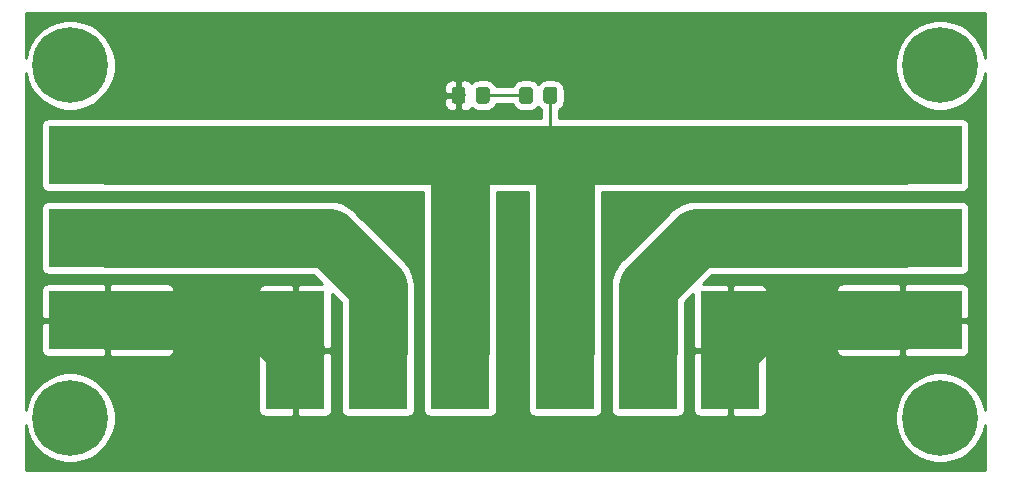
<source format=gbr>
G04 #@! TF.GenerationSoftware,KiCad,Pcbnew,(5.1.0-0)*
G04 #@! TF.CreationDate,2019-10-20T20:04:01+02:00*
G04 #@! TF.ProjectId,fllor2,666c6c6f-7232-42e6-9b69-6361645f7063,rev?*
G04 #@! TF.SameCoordinates,Original*
G04 #@! TF.FileFunction,Copper,L1,Top*
G04 #@! TF.FilePolarity,Positive*
%FSLAX46Y46*%
G04 Gerber Fmt 4.6, Leading zero omitted, Abs format (unit mm)*
G04 Created by KiCad (PCBNEW (5.1.0-0)) date 2019-10-20 20:04:01*
%MOMM*%
%LPD*%
G04 APERTURE LIST*
%ADD10C,0.100000*%
%ADD11C,1.150000*%
%ADD12C,6.400000*%
%ADD13R,10.000000X5.000000*%
%ADD14R,5.000000X10.000000*%
%ADD15C,5.000000*%
%ADD16C,0.250000*%
%ADD17C,0.254000*%
G04 APERTURE END LIST*
D10*
G36*
X176734505Y3873796D02*
G01*
X176758773Y3870196D01*
X176782572Y3864235D01*
X176805671Y3855970D01*
X176827850Y3845480D01*
X176848893Y3832868D01*
X176868599Y3818253D01*
X176886777Y3801777D01*
X176903253Y3783599D01*
X176917868Y3763893D01*
X176930480Y3742850D01*
X176940970Y3720671D01*
X176949235Y3697572D01*
X176955196Y3673773D01*
X176958796Y3649505D01*
X176960000Y3625001D01*
X176960000Y2724999D01*
X176958796Y2700495D01*
X176955196Y2676227D01*
X176949235Y2652428D01*
X176940970Y2629329D01*
X176930480Y2607150D01*
X176917868Y2586107D01*
X176903253Y2566401D01*
X176886777Y2548223D01*
X176868599Y2531747D01*
X176848893Y2517132D01*
X176827850Y2504520D01*
X176805671Y2494030D01*
X176782572Y2485765D01*
X176758773Y2479804D01*
X176734505Y2476204D01*
X176710001Y2475000D01*
X176059999Y2475000D01*
X176035495Y2476204D01*
X176011227Y2479804D01*
X175987428Y2485765D01*
X175964329Y2494030D01*
X175942150Y2504520D01*
X175921107Y2517132D01*
X175901401Y2531747D01*
X175883223Y2548223D01*
X175866747Y2566401D01*
X175852132Y2586107D01*
X175839520Y2607150D01*
X175829030Y2629329D01*
X175820765Y2652428D01*
X175814804Y2676227D01*
X175811204Y2700495D01*
X175810000Y2724999D01*
X175810000Y3625001D01*
X175811204Y3649505D01*
X175814804Y3673773D01*
X175820765Y3697572D01*
X175829030Y3720671D01*
X175839520Y3742850D01*
X175852132Y3763893D01*
X175866747Y3783599D01*
X175883223Y3801777D01*
X175901401Y3818253D01*
X175921107Y3832868D01*
X175942150Y3845480D01*
X175964329Y3855970D01*
X175987428Y3864235D01*
X176011227Y3870196D01*
X176035495Y3873796D01*
X176059999Y3875000D01*
X176710001Y3875000D01*
X176734505Y3873796D01*
X176734505Y3873796D01*
G37*
D11*
X176385000Y3175000D03*
D10*
G36*
X178784505Y3873796D02*
G01*
X178808773Y3870196D01*
X178832572Y3864235D01*
X178855671Y3855970D01*
X178877850Y3845480D01*
X178898893Y3832868D01*
X178918599Y3818253D01*
X178936777Y3801777D01*
X178953253Y3783599D01*
X178967868Y3763893D01*
X178980480Y3742850D01*
X178990970Y3720671D01*
X178999235Y3697572D01*
X179005196Y3673773D01*
X179008796Y3649505D01*
X179010000Y3625001D01*
X179010000Y2724999D01*
X179008796Y2700495D01*
X179005196Y2676227D01*
X178999235Y2652428D01*
X178990970Y2629329D01*
X178980480Y2607150D01*
X178967868Y2586107D01*
X178953253Y2566401D01*
X178936777Y2548223D01*
X178918599Y2531747D01*
X178898893Y2517132D01*
X178877850Y2504520D01*
X178855671Y2494030D01*
X178832572Y2485765D01*
X178808773Y2479804D01*
X178784505Y2476204D01*
X178760001Y2475000D01*
X178109999Y2475000D01*
X178085495Y2476204D01*
X178061227Y2479804D01*
X178037428Y2485765D01*
X178014329Y2494030D01*
X177992150Y2504520D01*
X177971107Y2517132D01*
X177951401Y2531747D01*
X177933223Y2548223D01*
X177916747Y2566401D01*
X177902132Y2586107D01*
X177889520Y2607150D01*
X177879030Y2629329D01*
X177870765Y2652428D01*
X177864804Y2676227D01*
X177861204Y2700495D01*
X177860000Y2724999D01*
X177860000Y3625001D01*
X177861204Y3649505D01*
X177864804Y3673773D01*
X177870765Y3697572D01*
X177879030Y3720671D01*
X177889520Y3742850D01*
X177902132Y3763893D01*
X177916747Y3783599D01*
X177933223Y3801777D01*
X177951401Y3818253D01*
X177971107Y3832868D01*
X177992150Y3845480D01*
X178014329Y3855970D01*
X178037428Y3864235D01*
X178061227Y3870196D01*
X178085495Y3873796D01*
X178109999Y3875000D01*
X178760001Y3875000D01*
X178784505Y3873796D01*
X178784505Y3873796D01*
G37*
D11*
X178435000Y3175000D03*
D10*
G36*
X173069505Y3873796D02*
G01*
X173093773Y3870196D01*
X173117572Y3864235D01*
X173140671Y3855970D01*
X173162850Y3845480D01*
X173183893Y3832868D01*
X173203599Y3818253D01*
X173221777Y3801777D01*
X173238253Y3783599D01*
X173252868Y3763893D01*
X173265480Y3742850D01*
X173275970Y3720671D01*
X173284235Y3697572D01*
X173290196Y3673773D01*
X173293796Y3649505D01*
X173295000Y3625001D01*
X173295000Y2724999D01*
X173293796Y2700495D01*
X173290196Y2676227D01*
X173284235Y2652428D01*
X173275970Y2629329D01*
X173265480Y2607150D01*
X173252868Y2586107D01*
X173238253Y2566401D01*
X173221777Y2548223D01*
X173203599Y2531747D01*
X173183893Y2517132D01*
X173162850Y2504520D01*
X173140671Y2494030D01*
X173117572Y2485765D01*
X173093773Y2479804D01*
X173069505Y2476204D01*
X173045001Y2475000D01*
X172394999Y2475000D01*
X172370495Y2476204D01*
X172346227Y2479804D01*
X172322428Y2485765D01*
X172299329Y2494030D01*
X172277150Y2504520D01*
X172256107Y2517132D01*
X172236401Y2531747D01*
X172218223Y2548223D01*
X172201747Y2566401D01*
X172187132Y2586107D01*
X172174520Y2607150D01*
X172164030Y2629329D01*
X172155765Y2652428D01*
X172149804Y2676227D01*
X172146204Y2700495D01*
X172145000Y2724999D01*
X172145000Y3625001D01*
X172146204Y3649505D01*
X172149804Y3673773D01*
X172155765Y3697572D01*
X172164030Y3720671D01*
X172174520Y3742850D01*
X172187132Y3763893D01*
X172201747Y3783599D01*
X172218223Y3801777D01*
X172236401Y3818253D01*
X172256107Y3832868D01*
X172277150Y3845480D01*
X172299329Y3855970D01*
X172322428Y3864235D01*
X172346227Y3870196D01*
X172370495Y3873796D01*
X172394999Y3875000D01*
X173045001Y3875000D01*
X173069505Y3873796D01*
X173069505Y3873796D01*
G37*
D11*
X172720000Y3175000D03*
D10*
G36*
X171019505Y3873796D02*
G01*
X171043773Y3870196D01*
X171067572Y3864235D01*
X171090671Y3855970D01*
X171112850Y3845480D01*
X171133893Y3832868D01*
X171153599Y3818253D01*
X171171777Y3801777D01*
X171188253Y3783599D01*
X171202868Y3763893D01*
X171215480Y3742850D01*
X171225970Y3720671D01*
X171234235Y3697572D01*
X171240196Y3673773D01*
X171243796Y3649505D01*
X171245000Y3625001D01*
X171245000Y2724999D01*
X171243796Y2700495D01*
X171240196Y2676227D01*
X171234235Y2652428D01*
X171225970Y2629329D01*
X171215480Y2607150D01*
X171202868Y2586107D01*
X171188253Y2566401D01*
X171171777Y2548223D01*
X171153599Y2531747D01*
X171133893Y2517132D01*
X171112850Y2504520D01*
X171090671Y2494030D01*
X171067572Y2485765D01*
X171043773Y2479804D01*
X171019505Y2476204D01*
X170995001Y2475000D01*
X170344999Y2475000D01*
X170320495Y2476204D01*
X170296227Y2479804D01*
X170272428Y2485765D01*
X170249329Y2494030D01*
X170227150Y2504520D01*
X170206107Y2517132D01*
X170186401Y2531747D01*
X170168223Y2548223D01*
X170151747Y2566401D01*
X170137132Y2586107D01*
X170124520Y2607150D01*
X170114030Y2629329D01*
X170105765Y2652428D01*
X170099804Y2676227D01*
X170096204Y2700495D01*
X170095000Y2724999D01*
X170095000Y3625001D01*
X170096204Y3649505D01*
X170099804Y3673773D01*
X170105765Y3697572D01*
X170114030Y3720671D01*
X170124520Y3742850D01*
X170137132Y3763893D01*
X170151747Y3783599D01*
X170168223Y3801777D01*
X170186401Y3818253D01*
X170206107Y3832868D01*
X170227150Y3845480D01*
X170249329Y3855970D01*
X170272428Y3864235D01*
X170296227Y3870196D01*
X170320495Y3873796D01*
X170344999Y3875000D01*
X170995001Y3875000D01*
X171019505Y3873796D01*
X171019505Y3873796D01*
G37*
D11*
X170670000Y3175000D03*
D12*
X137795000Y5715000D03*
X137795000Y-24130000D03*
X211455000Y5715000D03*
X211455000Y-24130000D03*
D13*
X140970000Y-1905000D03*
X208280000Y-1905000D03*
X140970000Y-8890000D03*
X208280000Y-8890000D03*
X140970000Y-15875000D03*
X208280000Y-15875000D03*
D14*
X156845000Y-18415000D03*
X163830000Y-18415000D03*
X170815000Y-18415000D03*
X193675000Y-18415000D03*
X186690000Y-18415000D03*
X179705000Y-18415000D03*
D15*
X179705000Y-1905000D02*
X179705000Y-18415000D01*
X179705000Y-1905000D02*
X208280000Y-1905000D01*
X170815000Y-8415000D02*
X170815000Y-1905000D01*
X170815000Y-1905000D02*
X179705000Y-1905000D01*
X170815000Y-18415000D02*
X170815000Y-8415000D01*
X140970000Y-1905000D02*
X170815000Y-1905000D01*
D16*
X178435000Y-635000D02*
X179705000Y-1905000D01*
X178435000Y3175000D02*
X178435000Y-635000D01*
D15*
X163830000Y-13039998D02*
X163830000Y-18415000D01*
X159680002Y-8890000D02*
X163830000Y-13039998D01*
X140970000Y-8890000D02*
X159680002Y-8890000D01*
X186690000Y-13039998D02*
X186690000Y-18415000D01*
X190839998Y-8890000D02*
X186690000Y-13039998D01*
X208280000Y-8890000D02*
X190839998Y-8890000D01*
X196215000Y-15875000D02*
X193675000Y-18415000D01*
X208280000Y-15875000D02*
X196215000Y-15875000D01*
X154305000Y-15875000D02*
X156845000Y-18415000D01*
X140970000Y-15875000D02*
X154305000Y-15875000D01*
D16*
X176385000Y3175000D02*
X172720000Y3175000D01*
D17*
G36*
X215240000Y6344082D02*
G01*
X215142623Y6833628D01*
X214853533Y7531554D01*
X214433839Y8159670D01*
X213899670Y8693839D01*
X213271554Y9113533D01*
X212573628Y9402623D01*
X211832715Y9550000D01*
X211077285Y9550000D01*
X210336372Y9402623D01*
X209638446Y9113533D01*
X209010330Y8693839D01*
X208476161Y8159670D01*
X208056467Y7531554D01*
X207767377Y6833628D01*
X207620000Y6092715D01*
X207620000Y5337285D01*
X207767377Y4596372D01*
X208056467Y3898446D01*
X208476161Y3270330D01*
X209010330Y2736161D01*
X209638446Y2316467D01*
X210336372Y2027377D01*
X211077285Y1880000D01*
X211832715Y1880000D01*
X212573628Y2027377D01*
X213271554Y2316467D01*
X213899670Y2736161D01*
X214433839Y3270330D01*
X214853533Y3898446D01*
X215142623Y4596372D01*
X215240000Y5085918D01*
X215240001Y-23500923D01*
X215142623Y-23011372D01*
X214853533Y-22313446D01*
X214433839Y-21685330D01*
X213899670Y-21151161D01*
X213271554Y-20731467D01*
X212573628Y-20442377D01*
X211832715Y-20295000D01*
X211077285Y-20295000D01*
X210336372Y-20442377D01*
X209638446Y-20731467D01*
X209010330Y-21151161D01*
X208476161Y-21685330D01*
X208056467Y-22313446D01*
X207767377Y-23011372D01*
X207620000Y-23752285D01*
X207620000Y-24507715D01*
X207767377Y-25248628D01*
X208056467Y-25946554D01*
X208476161Y-26574670D01*
X209010330Y-27108839D01*
X209638446Y-27528533D01*
X210336372Y-27817623D01*
X211077285Y-27965000D01*
X211832715Y-27965000D01*
X212573628Y-27817623D01*
X213271554Y-27528533D01*
X213899670Y-27108839D01*
X214433839Y-26574670D01*
X214853533Y-25946554D01*
X215142623Y-25248628D01*
X215240001Y-24759077D01*
X215240001Y-28550000D01*
X134010000Y-28550000D01*
X134010000Y-24759082D01*
X134107377Y-25248628D01*
X134396467Y-25946554D01*
X134816161Y-26574670D01*
X135350330Y-27108839D01*
X135978446Y-27528533D01*
X136676372Y-27817623D01*
X137417285Y-27965000D01*
X138172715Y-27965000D01*
X138913628Y-27817623D01*
X139611554Y-27528533D01*
X140239670Y-27108839D01*
X140773839Y-26574670D01*
X141193533Y-25946554D01*
X141482623Y-25248628D01*
X141630000Y-24507715D01*
X141630000Y-23752285D01*
X141562910Y-23415000D01*
X153706928Y-23415000D01*
X153719188Y-23539482D01*
X153755498Y-23659180D01*
X153814463Y-23769494D01*
X153893815Y-23866185D01*
X153990506Y-23945537D01*
X154100820Y-24004502D01*
X154220518Y-24040812D01*
X154345000Y-24053072D01*
X156559250Y-24050000D01*
X156718000Y-23891250D01*
X156718000Y-18542000D01*
X156972000Y-18542000D01*
X156972000Y-23891250D01*
X157130750Y-24050000D01*
X159345000Y-24053072D01*
X159469482Y-24040812D01*
X159589180Y-24004502D01*
X159699494Y-23945537D01*
X159796185Y-23866185D01*
X159875537Y-23769494D01*
X159934502Y-23659180D01*
X159970812Y-23539482D01*
X159983072Y-23415000D01*
X159980000Y-18700750D01*
X159821250Y-18542000D01*
X156972000Y-18542000D01*
X156718000Y-18542000D01*
X153868750Y-18542000D01*
X153710000Y-18700750D01*
X153706928Y-23415000D01*
X141562910Y-23415000D01*
X141482623Y-23011372D01*
X141193533Y-22313446D01*
X140773839Y-21685330D01*
X140239670Y-21151161D01*
X139611554Y-20731467D01*
X138913628Y-20442377D01*
X138172715Y-20295000D01*
X137417285Y-20295000D01*
X136676372Y-20442377D01*
X135978446Y-20731467D01*
X135350330Y-21151161D01*
X134816161Y-21685330D01*
X134396467Y-22313446D01*
X134107377Y-23011372D01*
X134010000Y-23500918D01*
X134010000Y-18375000D01*
X135331928Y-18375000D01*
X135344188Y-18499482D01*
X135380498Y-18619180D01*
X135439463Y-18729494D01*
X135518815Y-18826185D01*
X135615506Y-18905537D01*
X135725820Y-18964502D01*
X135845518Y-19000812D01*
X135970000Y-19013072D01*
X140684250Y-19010000D01*
X140843000Y-18851250D01*
X140843000Y-16002000D01*
X141097000Y-16002000D01*
X141097000Y-18851250D01*
X141255750Y-19010000D01*
X145970000Y-19013072D01*
X146094482Y-19000812D01*
X146214180Y-18964502D01*
X146324494Y-18905537D01*
X146421185Y-18826185D01*
X146500537Y-18729494D01*
X146559502Y-18619180D01*
X146595812Y-18499482D01*
X146608072Y-18375000D01*
X146605000Y-16160750D01*
X146446250Y-16002000D01*
X141097000Y-16002000D01*
X140843000Y-16002000D01*
X135493750Y-16002000D01*
X135335000Y-16160750D01*
X135331928Y-18375000D01*
X134010000Y-18375000D01*
X134010000Y-13375000D01*
X135331928Y-13375000D01*
X135335000Y-15589250D01*
X135493750Y-15748000D01*
X140843000Y-15748000D01*
X140843000Y-12898750D01*
X141097000Y-12898750D01*
X141097000Y-15748000D01*
X146446250Y-15748000D01*
X146605000Y-15589250D01*
X146608016Y-13415000D01*
X153706928Y-13415000D01*
X153710000Y-18129250D01*
X153868750Y-18288000D01*
X156718000Y-18288000D01*
X156718000Y-12938750D01*
X156559250Y-12780000D01*
X154345000Y-12776928D01*
X154220518Y-12789188D01*
X154100820Y-12825498D01*
X153990506Y-12884463D01*
X153893815Y-12963815D01*
X153814463Y-13060506D01*
X153755498Y-13170820D01*
X153719188Y-13290518D01*
X153706928Y-13415000D01*
X146608016Y-13415000D01*
X146608072Y-13375000D01*
X146595812Y-13250518D01*
X146559502Y-13130820D01*
X146500537Y-13020506D01*
X146421185Y-12923815D01*
X146324494Y-12844463D01*
X146214180Y-12785498D01*
X146094482Y-12749188D01*
X145970000Y-12736928D01*
X141255750Y-12740000D01*
X141097000Y-12898750D01*
X140843000Y-12898750D01*
X140684250Y-12740000D01*
X135970000Y-12736928D01*
X135845518Y-12749188D01*
X135725820Y-12785498D01*
X135615506Y-12844463D01*
X135518815Y-12923815D01*
X135439463Y-13020506D01*
X135380498Y-13130820D01*
X135344188Y-13250518D01*
X135331928Y-13375000D01*
X134010000Y-13375000D01*
X134010000Y-6390000D01*
X135331928Y-6390000D01*
X135331928Y-11390000D01*
X135344188Y-11514482D01*
X135380498Y-11634180D01*
X135439463Y-11744494D01*
X135518815Y-11841185D01*
X135615506Y-11920537D01*
X135725820Y-11979502D01*
X135845518Y-12015812D01*
X135970000Y-12028072D01*
X145970000Y-12028072D01*
X146001192Y-12025000D01*
X158381444Y-12025000D01*
X159133664Y-12777221D01*
X157130750Y-12780000D01*
X156972000Y-12938750D01*
X156972000Y-18288000D01*
X159821250Y-18288000D01*
X159980000Y-18129250D01*
X159982934Y-13626491D01*
X160691928Y-14335486D01*
X160691928Y-23415000D01*
X160704188Y-23539482D01*
X160740498Y-23659180D01*
X160799463Y-23769494D01*
X160878815Y-23866185D01*
X160975506Y-23945537D01*
X161085820Y-24004502D01*
X161205518Y-24040812D01*
X161330000Y-24053072D01*
X166330000Y-24053072D01*
X166454482Y-24040812D01*
X166574180Y-24004502D01*
X166684494Y-23945537D01*
X166781185Y-23866185D01*
X166860537Y-23769494D01*
X166919502Y-23659180D01*
X166955812Y-23539482D01*
X166968072Y-23415000D01*
X166968072Y-13415000D01*
X166965000Y-13383808D01*
X166965000Y-13193992D01*
X166980167Y-13039997D01*
X166965000Y-12886002D01*
X166965000Y-12885996D01*
X166919638Y-12425431D01*
X166740376Y-11834481D01*
X166449269Y-11289858D01*
X166209651Y-10997883D01*
X166155675Y-10932113D01*
X166155674Y-10932112D01*
X166057505Y-10812493D01*
X165937887Y-10714325D01*
X162005684Y-6782124D01*
X161907507Y-6662495D01*
X161430142Y-6270731D01*
X160885519Y-5979624D01*
X160294569Y-5800362D01*
X159834004Y-5755000D01*
X159833997Y-5755000D01*
X159680002Y-5739833D01*
X159526007Y-5755000D01*
X146001192Y-5755000D01*
X145970000Y-5751928D01*
X135970000Y-5751928D01*
X135845518Y-5764188D01*
X135725820Y-5800498D01*
X135615506Y-5859463D01*
X135518815Y-5938815D01*
X135439463Y-6035506D01*
X135380498Y-6145820D01*
X135344188Y-6265518D01*
X135331928Y-6390000D01*
X134010000Y-6390000D01*
X134010000Y595000D01*
X135331928Y595000D01*
X135331928Y-4405000D01*
X135344188Y-4529482D01*
X135380498Y-4649180D01*
X135439463Y-4759494D01*
X135518815Y-4856185D01*
X135615506Y-4935537D01*
X135725820Y-4994502D01*
X135845518Y-5030812D01*
X135970000Y-5043072D01*
X145970000Y-5043072D01*
X146001192Y-5040000D01*
X167680001Y-5040000D01*
X167680000Y-8569001D01*
X167680001Y-8569011D01*
X167680001Y-13383803D01*
X167676928Y-13415000D01*
X167676928Y-23415000D01*
X167689188Y-23539482D01*
X167725498Y-23659180D01*
X167784463Y-23769494D01*
X167863815Y-23866185D01*
X167960506Y-23945537D01*
X168070820Y-24004502D01*
X168190518Y-24040812D01*
X168315000Y-24053072D01*
X173315000Y-24053072D01*
X173439482Y-24040812D01*
X173559180Y-24004502D01*
X173669494Y-23945537D01*
X173766185Y-23866185D01*
X173845537Y-23769494D01*
X173904502Y-23659180D01*
X173940812Y-23539482D01*
X173953072Y-23415000D01*
X173953072Y-13415000D01*
X173950000Y-13383808D01*
X173950000Y-5040000D01*
X176570000Y-5040000D01*
X176570001Y-13383801D01*
X176566928Y-13415000D01*
X176566928Y-23415000D01*
X176579188Y-23539482D01*
X176615498Y-23659180D01*
X176674463Y-23769494D01*
X176753815Y-23866185D01*
X176850506Y-23945537D01*
X176960820Y-24004502D01*
X177080518Y-24040812D01*
X177205000Y-24053072D01*
X182205000Y-24053072D01*
X182329482Y-24040812D01*
X182449180Y-24004502D01*
X182559494Y-23945537D01*
X182656185Y-23866185D01*
X182735537Y-23769494D01*
X182794502Y-23659180D01*
X182830812Y-23539482D01*
X182843072Y-23415000D01*
X182843072Y-13415000D01*
X182840000Y-13383808D01*
X182840000Y-13039998D01*
X183539833Y-13039998D01*
X183555000Y-13193993D01*
X183555000Y-13383808D01*
X183551928Y-13415000D01*
X183551928Y-23415000D01*
X183564188Y-23539482D01*
X183600498Y-23659180D01*
X183659463Y-23769494D01*
X183738815Y-23866185D01*
X183835506Y-23945537D01*
X183945820Y-24004502D01*
X184065518Y-24040812D01*
X184190000Y-24053072D01*
X189190000Y-24053072D01*
X189314482Y-24040812D01*
X189434180Y-24004502D01*
X189544494Y-23945537D01*
X189641185Y-23866185D01*
X189720537Y-23769494D01*
X189779502Y-23659180D01*
X189815812Y-23539482D01*
X189828072Y-23415000D01*
X190536928Y-23415000D01*
X190549188Y-23539482D01*
X190585498Y-23659180D01*
X190644463Y-23769494D01*
X190723815Y-23866185D01*
X190820506Y-23945537D01*
X190930820Y-24004502D01*
X191050518Y-24040812D01*
X191175000Y-24053072D01*
X193389250Y-24050000D01*
X193548000Y-23891250D01*
X193548000Y-18542000D01*
X193802000Y-18542000D01*
X193802000Y-23891250D01*
X193960750Y-24050000D01*
X196175000Y-24053072D01*
X196299482Y-24040812D01*
X196419180Y-24004502D01*
X196529494Y-23945537D01*
X196626185Y-23866185D01*
X196705537Y-23769494D01*
X196764502Y-23659180D01*
X196800812Y-23539482D01*
X196813072Y-23415000D01*
X196810000Y-18700750D01*
X196651250Y-18542000D01*
X193802000Y-18542000D01*
X193548000Y-18542000D01*
X190698750Y-18542000D01*
X190540000Y-18700750D01*
X190536928Y-23415000D01*
X189828072Y-23415000D01*
X189828072Y-18375000D01*
X202641928Y-18375000D01*
X202654188Y-18499482D01*
X202690498Y-18619180D01*
X202749463Y-18729494D01*
X202828815Y-18826185D01*
X202925506Y-18905537D01*
X203035820Y-18964502D01*
X203155518Y-19000812D01*
X203280000Y-19013072D01*
X207994250Y-19010000D01*
X208153000Y-18851250D01*
X208153000Y-16002000D01*
X208407000Y-16002000D01*
X208407000Y-18851250D01*
X208565750Y-19010000D01*
X213280000Y-19013072D01*
X213404482Y-19000812D01*
X213524180Y-18964502D01*
X213634494Y-18905537D01*
X213731185Y-18826185D01*
X213810537Y-18729494D01*
X213869502Y-18619180D01*
X213905812Y-18499482D01*
X213918072Y-18375000D01*
X213915000Y-16160750D01*
X213756250Y-16002000D01*
X208407000Y-16002000D01*
X208153000Y-16002000D01*
X202803750Y-16002000D01*
X202645000Y-16160750D01*
X202641928Y-18375000D01*
X189828072Y-18375000D01*
X189828072Y-14335484D01*
X190537066Y-13626491D01*
X190540000Y-18129250D01*
X190698750Y-18288000D01*
X193548000Y-18288000D01*
X193548000Y-12938750D01*
X193802000Y-12938750D01*
X193802000Y-18288000D01*
X196651250Y-18288000D01*
X196810000Y-18129250D01*
X196813072Y-13415000D01*
X196809133Y-13375000D01*
X202641928Y-13375000D01*
X202645000Y-15589250D01*
X202803750Y-15748000D01*
X208153000Y-15748000D01*
X208153000Y-12898750D01*
X208407000Y-12898750D01*
X208407000Y-15748000D01*
X213756250Y-15748000D01*
X213915000Y-15589250D01*
X213918072Y-13375000D01*
X213905812Y-13250518D01*
X213869502Y-13130820D01*
X213810537Y-13020506D01*
X213731185Y-12923815D01*
X213634494Y-12844463D01*
X213524180Y-12785498D01*
X213404482Y-12749188D01*
X213280000Y-12736928D01*
X208565750Y-12740000D01*
X208407000Y-12898750D01*
X208153000Y-12898750D01*
X207994250Y-12740000D01*
X203280000Y-12736928D01*
X203155518Y-12749188D01*
X203035820Y-12785498D01*
X202925506Y-12844463D01*
X202828815Y-12923815D01*
X202749463Y-13020506D01*
X202690498Y-13130820D01*
X202654188Y-13250518D01*
X202641928Y-13375000D01*
X196809133Y-13375000D01*
X196800812Y-13290518D01*
X196764502Y-13170820D01*
X196705537Y-13060506D01*
X196626185Y-12963815D01*
X196529494Y-12884463D01*
X196419180Y-12825498D01*
X196299482Y-12789188D01*
X196175000Y-12776928D01*
X193960750Y-12780000D01*
X193802000Y-12938750D01*
X193548000Y-12938750D01*
X193389250Y-12780000D01*
X191386336Y-12777221D01*
X192138558Y-12025000D01*
X203248808Y-12025000D01*
X203280000Y-12028072D01*
X213280000Y-12028072D01*
X213404482Y-12015812D01*
X213524180Y-11979502D01*
X213634494Y-11920537D01*
X213731185Y-11841185D01*
X213810537Y-11744494D01*
X213869502Y-11634180D01*
X213905812Y-11514482D01*
X213918072Y-11390000D01*
X213918072Y-6390000D01*
X213905812Y-6265518D01*
X213869502Y-6145820D01*
X213810537Y-6035506D01*
X213731185Y-5938815D01*
X213634494Y-5859463D01*
X213524180Y-5800498D01*
X213404482Y-5764188D01*
X213280000Y-5751928D01*
X203280000Y-5751928D01*
X203248808Y-5755000D01*
X190993992Y-5755000D01*
X190839997Y-5739833D01*
X190686002Y-5755000D01*
X190685996Y-5755000D01*
X190287468Y-5794252D01*
X190225430Y-5800362D01*
X190046168Y-5854741D01*
X189634481Y-5979624D01*
X189089858Y-6270731D01*
X188612493Y-6662495D01*
X188514324Y-6782114D01*
X184582124Y-10714316D01*
X184462495Y-10812493D01*
X184070731Y-11289859D01*
X183779624Y-11834482D01*
X183654741Y-12246169D01*
X183600363Y-12425430D01*
X183600362Y-12425432D01*
X183555000Y-12885997D01*
X183555000Y-12886003D01*
X183539833Y-13039998D01*
X182840000Y-13039998D01*
X182840000Y-5040000D01*
X203248808Y-5040000D01*
X203280000Y-5043072D01*
X213280000Y-5043072D01*
X213404482Y-5030812D01*
X213524180Y-4994502D01*
X213634494Y-4935537D01*
X213731185Y-4856185D01*
X213810537Y-4759494D01*
X213869502Y-4649180D01*
X213905812Y-4529482D01*
X213918072Y-4405000D01*
X213918072Y595000D01*
X213905812Y719482D01*
X213869502Y839180D01*
X213810537Y949494D01*
X213731185Y1046185D01*
X213634494Y1125537D01*
X213524180Y1184502D01*
X213404482Y1220812D01*
X213280000Y1233072D01*
X203280000Y1233072D01*
X203248808Y1230000D01*
X179859002Y1230000D01*
X179705000Y1245168D01*
X179550998Y1230000D01*
X179195000Y1230000D01*
X179195000Y1955386D01*
X179253387Y1986595D01*
X179387962Y2097038D01*
X179498405Y2231613D01*
X179580472Y2385149D01*
X179631008Y2551745D01*
X179648072Y2724999D01*
X179648072Y3625001D01*
X179631008Y3798255D01*
X179580472Y3964851D01*
X179498405Y4118387D01*
X179387962Y4252962D01*
X179253387Y4363405D01*
X179099851Y4445472D01*
X178933255Y4496008D01*
X178760001Y4513072D01*
X178109999Y4513072D01*
X177936745Y4496008D01*
X177770149Y4445472D01*
X177616613Y4363405D01*
X177482038Y4252962D01*
X177410000Y4165184D01*
X177337962Y4252962D01*
X177203387Y4363405D01*
X177049851Y4445472D01*
X176883255Y4496008D01*
X176710001Y4513072D01*
X176059999Y4513072D01*
X175886745Y4496008D01*
X175720149Y4445472D01*
X175566613Y4363405D01*
X175432038Y4252962D01*
X175321595Y4118387D01*
X175239528Y3964851D01*
X175230473Y3935000D01*
X173874527Y3935000D01*
X173865472Y3964851D01*
X173783405Y4118387D01*
X173672962Y4252962D01*
X173538387Y4363405D01*
X173384851Y4445472D01*
X173218255Y4496008D01*
X173045001Y4513072D01*
X172394999Y4513072D01*
X172221745Y4496008D01*
X172055149Y4445472D01*
X171901613Y4363405D01*
X171767038Y4252962D01*
X171761658Y4246406D01*
X171696185Y4326185D01*
X171599494Y4405537D01*
X171489180Y4464502D01*
X171369482Y4500812D01*
X171245000Y4513072D01*
X170955750Y4510000D01*
X170797000Y4351250D01*
X170797000Y3302000D01*
X170817000Y3302000D01*
X170817000Y3048000D01*
X170797000Y3048000D01*
X170797000Y1998750D01*
X170955750Y1840000D01*
X171245000Y1836928D01*
X171369482Y1849188D01*
X171489180Y1885498D01*
X171599494Y1944463D01*
X171696185Y2023815D01*
X171761658Y2103594D01*
X171767038Y2097038D01*
X171901613Y1986595D01*
X172055149Y1904528D01*
X172221745Y1853992D01*
X172394999Y1836928D01*
X173045001Y1836928D01*
X173218255Y1853992D01*
X173384851Y1904528D01*
X173538387Y1986595D01*
X173672962Y2097038D01*
X173783405Y2231613D01*
X173865472Y2385149D01*
X173874527Y2415000D01*
X175230473Y2415000D01*
X175239528Y2385149D01*
X175321595Y2231613D01*
X175432038Y2097038D01*
X175566613Y1986595D01*
X175720149Y1904528D01*
X175886745Y1853992D01*
X176059999Y1836928D01*
X176710001Y1836928D01*
X176883255Y1853992D01*
X177049851Y1904528D01*
X177203387Y1986595D01*
X177337962Y2097038D01*
X177410000Y2184816D01*
X177482038Y2097038D01*
X177616613Y1986595D01*
X177675000Y1955386D01*
X177675001Y1230000D01*
X170969002Y1230000D01*
X170815000Y1245168D01*
X170660998Y1230000D01*
X146001192Y1230000D01*
X145970000Y1233072D01*
X135970000Y1233072D01*
X135845518Y1220812D01*
X135725820Y1184502D01*
X135615506Y1125537D01*
X135518815Y1046185D01*
X135439463Y949494D01*
X135380498Y839180D01*
X135344188Y719482D01*
X135331928Y595000D01*
X134010000Y595000D01*
X134010000Y5085918D01*
X134107377Y4596372D01*
X134396467Y3898446D01*
X134816161Y3270330D01*
X135350330Y2736161D01*
X135978446Y2316467D01*
X136676372Y2027377D01*
X137417285Y1880000D01*
X138172715Y1880000D01*
X138913628Y2027377D01*
X139611554Y2316467D01*
X139848815Y2475000D01*
X169456928Y2475000D01*
X169469188Y2350518D01*
X169505498Y2230820D01*
X169564463Y2120506D01*
X169643815Y2023815D01*
X169740506Y1944463D01*
X169850820Y1885498D01*
X169970518Y1849188D01*
X170095000Y1836928D01*
X170384250Y1840000D01*
X170543000Y1998750D01*
X170543000Y3048000D01*
X169618750Y3048000D01*
X169460000Y2889250D01*
X169456928Y2475000D01*
X139848815Y2475000D01*
X140239670Y2736161D01*
X140773839Y3270330D01*
X141177866Y3875000D01*
X169456928Y3875000D01*
X169460000Y3460750D01*
X169618750Y3302000D01*
X170543000Y3302000D01*
X170543000Y4351250D01*
X170384250Y4510000D01*
X170095000Y4513072D01*
X169970518Y4500812D01*
X169850820Y4464502D01*
X169740506Y4405537D01*
X169643815Y4326185D01*
X169564463Y4229494D01*
X169505498Y4119180D01*
X169469188Y3999482D01*
X169456928Y3875000D01*
X141177866Y3875000D01*
X141193533Y3898446D01*
X141482623Y4596372D01*
X141630000Y5337285D01*
X141630000Y6092715D01*
X141482623Y6833628D01*
X141193533Y7531554D01*
X140773839Y8159670D01*
X140239670Y8693839D01*
X139611554Y9113533D01*
X138913628Y9402623D01*
X138172715Y9550000D01*
X137417285Y9550000D01*
X136676372Y9402623D01*
X135978446Y9113533D01*
X135350330Y8693839D01*
X134816161Y8159670D01*
X134396467Y7531554D01*
X134107377Y6833628D01*
X134010000Y6344082D01*
X134010000Y10135000D01*
X215240000Y10135000D01*
X215240000Y6344082D01*
X215240000Y6344082D01*
G37*
X215240000Y6344082D02*
X215142623Y6833628D01*
X214853533Y7531554D01*
X214433839Y8159670D01*
X213899670Y8693839D01*
X213271554Y9113533D01*
X212573628Y9402623D01*
X211832715Y9550000D01*
X211077285Y9550000D01*
X210336372Y9402623D01*
X209638446Y9113533D01*
X209010330Y8693839D01*
X208476161Y8159670D01*
X208056467Y7531554D01*
X207767377Y6833628D01*
X207620000Y6092715D01*
X207620000Y5337285D01*
X207767377Y4596372D01*
X208056467Y3898446D01*
X208476161Y3270330D01*
X209010330Y2736161D01*
X209638446Y2316467D01*
X210336372Y2027377D01*
X211077285Y1880000D01*
X211832715Y1880000D01*
X212573628Y2027377D01*
X213271554Y2316467D01*
X213899670Y2736161D01*
X214433839Y3270330D01*
X214853533Y3898446D01*
X215142623Y4596372D01*
X215240000Y5085918D01*
X215240001Y-23500923D01*
X215142623Y-23011372D01*
X214853533Y-22313446D01*
X214433839Y-21685330D01*
X213899670Y-21151161D01*
X213271554Y-20731467D01*
X212573628Y-20442377D01*
X211832715Y-20295000D01*
X211077285Y-20295000D01*
X210336372Y-20442377D01*
X209638446Y-20731467D01*
X209010330Y-21151161D01*
X208476161Y-21685330D01*
X208056467Y-22313446D01*
X207767377Y-23011372D01*
X207620000Y-23752285D01*
X207620000Y-24507715D01*
X207767377Y-25248628D01*
X208056467Y-25946554D01*
X208476161Y-26574670D01*
X209010330Y-27108839D01*
X209638446Y-27528533D01*
X210336372Y-27817623D01*
X211077285Y-27965000D01*
X211832715Y-27965000D01*
X212573628Y-27817623D01*
X213271554Y-27528533D01*
X213899670Y-27108839D01*
X214433839Y-26574670D01*
X214853533Y-25946554D01*
X215142623Y-25248628D01*
X215240001Y-24759077D01*
X215240001Y-28550000D01*
X134010000Y-28550000D01*
X134010000Y-24759082D01*
X134107377Y-25248628D01*
X134396467Y-25946554D01*
X134816161Y-26574670D01*
X135350330Y-27108839D01*
X135978446Y-27528533D01*
X136676372Y-27817623D01*
X137417285Y-27965000D01*
X138172715Y-27965000D01*
X138913628Y-27817623D01*
X139611554Y-27528533D01*
X140239670Y-27108839D01*
X140773839Y-26574670D01*
X141193533Y-25946554D01*
X141482623Y-25248628D01*
X141630000Y-24507715D01*
X141630000Y-23752285D01*
X141562910Y-23415000D01*
X153706928Y-23415000D01*
X153719188Y-23539482D01*
X153755498Y-23659180D01*
X153814463Y-23769494D01*
X153893815Y-23866185D01*
X153990506Y-23945537D01*
X154100820Y-24004502D01*
X154220518Y-24040812D01*
X154345000Y-24053072D01*
X156559250Y-24050000D01*
X156718000Y-23891250D01*
X156718000Y-18542000D01*
X156972000Y-18542000D01*
X156972000Y-23891250D01*
X157130750Y-24050000D01*
X159345000Y-24053072D01*
X159469482Y-24040812D01*
X159589180Y-24004502D01*
X159699494Y-23945537D01*
X159796185Y-23866185D01*
X159875537Y-23769494D01*
X159934502Y-23659180D01*
X159970812Y-23539482D01*
X159983072Y-23415000D01*
X159980000Y-18700750D01*
X159821250Y-18542000D01*
X156972000Y-18542000D01*
X156718000Y-18542000D01*
X153868750Y-18542000D01*
X153710000Y-18700750D01*
X153706928Y-23415000D01*
X141562910Y-23415000D01*
X141482623Y-23011372D01*
X141193533Y-22313446D01*
X140773839Y-21685330D01*
X140239670Y-21151161D01*
X139611554Y-20731467D01*
X138913628Y-20442377D01*
X138172715Y-20295000D01*
X137417285Y-20295000D01*
X136676372Y-20442377D01*
X135978446Y-20731467D01*
X135350330Y-21151161D01*
X134816161Y-21685330D01*
X134396467Y-22313446D01*
X134107377Y-23011372D01*
X134010000Y-23500918D01*
X134010000Y-18375000D01*
X135331928Y-18375000D01*
X135344188Y-18499482D01*
X135380498Y-18619180D01*
X135439463Y-18729494D01*
X135518815Y-18826185D01*
X135615506Y-18905537D01*
X135725820Y-18964502D01*
X135845518Y-19000812D01*
X135970000Y-19013072D01*
X140684250Y-19010000D01*
X140843000Y-18851250D01*
X140843000Y-16002000D01*
X141097000Y-16002000D01*
X141097000Y-18851250D01*
X141255750Y-19010000D01*
X145970000Y-19013072D01*
X146094482Y-19000812D01*
X146214180Y-18964502D01*
X146324494Y-18905537D01*
X146421185Y-18826185D01*
X146500537Y-18729494D01*
X146559502Y-18619180D01*
X146595812Y-18499482D01*
X146608072Y-18375000D01*
X146605000Y-16160750D01*
X146446250Y-16002000D01*
X141097000Y-16002000D01*
X140843000Y-16002000D01*
X135493750Y-16002000D01*
X135335000Y-16160750D01*
X135331928Y-18375000D01*
X134010000Y-18375000D01*
X134010000Y-13375000D01*
X135331928Y-13375000D01*
X135335000Y-15589250D01*
X135493750Y-15748000D01*
X140843000Y-15748000D01*
X140843000Y-12898750D01*
X141097000Y-12898750D01*
X141097000Y-15748000D01*
X146446250Y-15748000D01*
X146605000Y-15589250D01*
X146608016Y-13415000D01*
X153706928Y-13415000D01*
X153710000Y-18129250D01*
X153868750Y-18288000D01*
X156718000Y-18288000D01*
X156718000Y-12938750D01*
X156559250Y-12780000D01*
X154345000Y-12776928D01*
X154220518Y-12789188D01*
X154100820Y-12825498D01*
X153990506Y-12884463D01*
X153893815Y-12963815D01*
X153814463Y-13060506D01*
X153755498Y-13170820D01*
X153719188Y-13290518D01*
X153706928Y-13415000D01*
X146608016Y-13415000D01*
X146608072Y-13375000D01*
X146595812Y-13250518D01*
X146559502Y-13130820D01*
X146500537Y-13020506D01*
X146421185Y-12923815D01*
X146324494Y-12844463D01*
X146214180Y-12785498D01*
X146094482Y-12749188D01*
X145970000Y-12736928D01*
X141255750Y-12740000D01*
X141097000Y-12898750D01*
X140843000Y-12898750D01*
X140684250Y-12740000D01*
X135970000Y-12736928D01*
X135845518Y-12749188D01*
X135725820Y-12785498D01*
X135615506Y-12844463D01*
X135518815Y-12923815D01*
X135439463Y-13020506D01*
X135380498Y-13130820D01*
X135344188Y-13250518D01*
X135331928Y-13375000D01*
X134010000Y-13375000D01*
X134010000Y-6390000D01*
X135331928Y-6390000D01*
X135331928Y-11390000D01*
X135344188Y-11514482D01*
X135380498Y-11634180D01*
X135439463Y-11744494D01*
X135518815Y-11841185D01*
X135615506Y-11920537D01*
X135725820Y-11979502D01*
X135845518Y-12015812D01*
X135970000Y-12028072D01*
X145970000Y-12028072D01*
X146001192Y-12025000D01*
X158381444Y-12025000D01*
X159133664Y-12777221D01*
X157130750Y-12780000D01*
X156972000Y-12938750D01*
X156972000Y-18288000D01*
X159821250Y-18288000D01*
X159980000Y-18129250D01*
X159982934Y-13626491D01*
X160691928Y-14335486D01*
X160691928Y-23415000D01*
X160704188Y-23539482D01*
X160740498Y-23659180D01*
X160799463Y-23769494D01*
X160878815Y-23866185D01*
X160975506Y-23945537D01*
X161085820Y-24004502D01*
X161205518Y-24040812D01*
X161330000Y-24053072D01*
X166330000Y-24053072D01*
X166454482Y-24040812D01*
X166574180Y-24004502D01*
X166684494Y-23945537D01*
X166781185Y-23866185D01*
X166860537Y-23769494D01*
X166919502Y-23659180D01*
X166955812Y-23539482D01*
X166968072Y-23415000D01*
X166968072Y-13415000D01*
X166965000Y-13383808D01*
X166965000Y-13193992D01*
X166980167Y-13039997D01*
X166965000Y-12886002D01*
X166965000Y-12885996D01*
X166919638Y-12425431D01*
X166740376Y-11834481D01*
X166449269Y-11289858D01*
X166209651Y-10997883D01*
X166155675Y-10932113D01*
X166155674Y-10932112D01*
X166057505Y-10812493D01*
X165937887Y-10714325D01*
X162005684Y-6782124D01*
X161907507Y-6662495D01*
X161430142Y-6270731D01*
X160885519Y-5979624D01*
X160294569Y-5800362D01*
X159834004Y-5755000D01*
X159833997Y-5755000D01*
X159680002Y-5739833D01*
X159526007Y-5755000D01*
X146001192Y-5755000D01*
X145970000Y-5751928D01*
X135970000Y-5751928D01*
X135845518Y-5764188D01*
X135725820Y-5800498D01*
X135615506Y-5859463D01*
X135518815Y-5938815D01*
X135439463Y-6035506D01*
X135380498Y-6145820D01*
X135344188Y-6265518D01*
X135331928Y-6390000D01*
X134010000Y-6390000D01*
X134010000Y595000D01*
X135331928Y595000D01*
X135331928Y-4405000D01*
X135344188Y-4529482D01*
X135380498Y-4649180D01*
X135439463Y-4759494D01*
X135518815Y-4856185D01*
X135615506Y-4935537D01*
X135725820Y-4994502D01*
X135845518Y-5030812D01*
X135970000Y-5043072D01*
X145970000Y-5043072D01*
X146001192Y-5040000D01*
X167680001Y-5040000D01*
X167680000Y-8569001D01*
X167680001Y-8569011D01*
X167680001Y-13383803D01*
X167676928Y-13415000D01*
X167676928Y-23415000D01*
X167689188Y-23539482D01*
X167725498Y-23659180D01*
X167784463Y-23769494D01*
X167863815Y-23866185D01*
X167960506Y-23945537D01*
X168070820Y-24004502D01*
X168190518Y-24040812D01*
X168315000Y-24053072D01*
X173315000Y-24053072D01*
X173439482Y-24040812D01*
X173559180Y-24004502D01*
X173669494Y-23945537D01*
X173766185Y-23866185D01*
X173845537Y-23769494D01*
X173904502Y-23659180D01*
X173940812Y-23539482D01*
X173953072Y-23415000D01*
X173953072Y-13415000D01*
X173950000Y-13383808D01*
X173950000Y-5040000D01*
X176570000Y-5040000D01*
X176570001Y-13383801D01*
X176566928Y-13415000D01*
X176566928Y-23415000D01*
X176579188Y-23539482D01*
X176615498Y-23659180D01*
X176674463Y-23769494D01*
X176753815Y-23866185D01*
X176850506Y-23945537D01*
X176960820Y-24004502D01*
X177080518Y-24040812D01*
X177205000Y-24053072D01*
X182205000Y-24053072D01*
X182329482Y-24040812D01*
X182449180Y-24004502D01*
X182559494Y-23945537D01*
X182656185Y-23866185D01*
X182735537Y-23769494D01*
X182794502Y-23659180D01*
X182830812Y-23539482D01*
X182843072Y-23415000D01*
X182843072Y-13415000D01*
X182840000Y-13383808D01*
X182840000Y-13039998D01*
X183539833Y-13039998D01*
X183555000Y-13193993D01*
X183555000Y-13383808D01*
X183551928Y-13415000D01*
X183551928Y-23415000D01*
X183564188Y-23539482D01*
X183600498Y-23659180D01*
X183659463Y-23769494D01*
X183738815Y-23866185D01*
X183835506Y-23945537D01*
X183945820Y-24004502D01*
X184065518Y-24040812D01*
X184190000Y-24053072D01*
X189190000Y-24053072D01*
X189314482Y-24040812D01*
X189434180Y-24004502D01*
X189544494Y-23945537D01*
X189641185Y-23866185D01*
X189720537Y-23769494D01*
X189779502Y-23659180D01*
X189815812Y-23539482D01*
X189828072Y-23415000D01*
X190536928Y-23415000D01*
X190549188Y-23539482D01*
X190585498Y-23659180D01*
X190644463Y-23769494D01*
X190723815Y-23866185D01*
X190820506Y-23945537D01*
X190930820Y-24004502D01*
X191050518Y-24040812D01*
X191175000Y-24053072D01*
X193389250Y-24050000D01*
X193548000Y-23891250D01*
X193548000Y-18542000D01*
X193802000Y-18542000D01*
X193802000Y-23891250D01*
X193960750Y-24050000D01*
X196175000Y-24053072D01*
X196299482Y-24040812D01*
X196419180Y-24004502D01*
X196529494Y-23945537D01*
X196626185Y-23866185D01*
X196705537Y-23769494D01*
X196764502Y-23659180D01*
X196800812Y-23539482D01*
X196813072Y-23415000D01*
X196810000Y-18700750D01*
X196651250Y-18542000D01*
X193802000Y-18542000D01*
X193548000Y-18542000D01*
X190698750Y-18542000D01*
X190540000Y-18700750D01*
X190536928Y-23415000D01*
X189828072Y-23415000D01*
X189828072Y-18375000D01*
X202641928Y-18375000D01*
X202654188Y-18499482D01*
X202690498Y-18619180D01*
X202749463Y-18729494D01*
X202828815Y-18826185D01*
X202925506Y-18905537D01*
X203035820Y-18964502D01*
X203155518Y-19000812D01*
X203280000Y-19013072D01*
X207994250Y-19010000D01*
X208153000Y-18851250D01*
X208153000Y-16002000D01*
X208407000Y-16002000D01*
X208407000Y-18851250D01*
X208565750Y-19010000D01*
X213280000Y-19013072D01*
X213404482Y-19000812D01*
X213524180Y-18964502D01*
X213634494Y-18905537D01*
X213731185Y-18826185D01*
X213810537Y-18729494D01*
X213869502Y-18619180D01*
X213905812Y-18499482D01*
X213918072Y-18375000D01*
X213915000Y-16160750D01*
X213756250Y-16002000D01*
X208407000Y-16002000D01*
X208153000Y-16002000D01*
X202803750Y-16002000D01*
X202645000Y-16160750D01*
X202641928Y-18375000D01*
X189828072Y-18375000D01*
X189828072Y-14335484D01*
X190537066Y-13626491D01*
X190540000Y-18129250D01*
X190698750Y-18288000D01*
X193548000Y-18288000D01*
X193548000Y-12938750D01*
X193802000Y-12938750D01*
X193802000Y-18288000D01*
X196651250Y-18288000D01*
X196810000Y-18129250D01*
X196813072Y-13415000D01*
X196809133Y-13375000D01*
X202641928Y-13375000D01*
X202645000Y-15589250D01*
X202803750Y-15748000D01*
X208153000Y-15748000D01*
X208153000Y-12898750D01*
X208407000Y-12898750D01*
X208407000Y-15748000D01*
X213756250Y-15748000D01*
X213915000Y-15589250D01*
X213918072Y-13375000D01*
X213905812Y-13250518D01*
X213869502Y-13130820D01*
X213810537Y-13020506D01*
X213731185Y-12923815D01*
X213634494Y-12844463D01*
X213524180Y-12785498D01*
X213404482Y-12749188D01*
X213280000Y-12736928D01*
X208565750Y-12740000D01*
X208407000Y-12898750D01*
X208153000Y-12898750D01*
X207994250Y-12740000D01*
X203280000Y-12736928D01*
X203155518Y-12749188D01*
X203035820Y-12785498D01*
X202925506Y-12844463D01*
X202828815Y-12923815D01*
X202749463Y-13020506D01*
X202690498Y-13130820D01*
X202654188Y-13250518D01*
X202641928Y-13375000D01*
X196809133Y-13375000D01*
X196800812Y-13290518D01*
X196764502Y-13170820D01*
X196705537Y-13060506D01*
X196626185Y-12963815D01*
X196529494Y-12884463D01*
X196419180Y-12825498D01*
X196299482Y-12789188D01*
X196175000Y-12776928D01*
X193960750Y-12780000D01*
X193802000Y-12938750D01*
X193548000Y-12938750D01*
X193389250Y-12780000D01*
X191386336Y-12777221D01*
X192138558Y-12025000D01*
X203248808Y-12025000D01*
X203280000Y-12028072D01*
X213280000Y-12028072D01*
X213404482Y-12015812D01*
X213524180Y-11979502D01*
X213634494Y-11920537D01*
X213731185Y-11841185D01*
X213810537Y-11744494D01*
X213869502Y-11634180D01*
X213905812Y-11514482D01*
X213918072Y-11390000D01*
X213918072Y-6390000D01*
X213905812Y-6265518D01*
X213869502Y-6145820D01*
X213810537Y-6035506D01*
X213731185Y-5938815D01*
X213634494Y-5859463D01*
X213524180Y-5800498D01*
X213404482Y-5764188D01*
X213280000Y-5751928D01*
X203280000Y-5751928D01*
X203248808Y-5755000D01*
X190993992Y-5755000D01*
X190839997Y-5739833D01*
X190686002Y-5755000D01*
X190685996Y-5755000D01*
X190287468Y-5794252D01*
X190225430Y-5800362D01*
X190046168Y-5854741D01*
X189634481Y-5979624D01*
X189089858Y-6270731D01*
X188612493Y-6662495D01*
X188514324Y-6782114D01*
X184582124Y-10714316D01*
X184462495Y-10812493D01*
X184070731Y-11289859D01*
X183779624Y-11834482D01*
X183654741Y-12246169D01*
X183600363Y-12425430D01*
X183600362Y-12425432D01*
X183555000Y-12885997D01*
X183555000Y-12886003D01*
X183539833Y-13039998D01*
X182840000Y-13039998D01*
X182840000Y-5040000D01*
X203248808Y-5040000D01*
X203280000Y-5043072D01*
X213280000Y-5043072D01*
X213404482Y-5030812D01*
X213524180Y-4994502D01*
X213634494Y-4935537D01*
X213731185Y-4856185D01*
X213810537Y-4759494D01*
X213869502Y-4649180D01*
X213905812Y-4529482D01*
X213918072Y-4405000D01*
X213918072Y595000D01*
X213905812Y719482D01*
X213869502Y839180D01*
X213810537Y949494D01*
X213731185Y1046185D01*
X213634494Y1125537D01*
X213524180Y1184502D01*
X213404482Y1220812D01*
X213280000Y1233072D01*
X203280000Y1233072D01*
X203248808Y1230000D01*
X179859002Y1230000D01*
X179705000Y1245168D01*
X179550998Y1230000D01*
X179195000Y1230000D01*
X179195000Y1955386D01*
X179253387Y1986595D01*
X179387962Y2097038D01*
X179498405Y2231613D01*
X179580472Y2385149D01*
X179631008Y2551745D01*
X179648072Y2724999D01*
X179648072Y3625001D01*
X179631008Y3798255D01*
X179580472Y3964851D01*
X179498405Y4118387D01*
X179387962Y4252962D01*
X179253387Y4363405D01*
X179099851Y4445472D01*
X178933255Y4496008D01*
X178760001Y4513072D01*
X178109999Y4513072D01*
X177936745Y4496008D01*
X177770149Y4445472D01*
X177616613Y4363405D01*
X177482038Y4252962D01*
X177410000Y4165184D01*
X177337962Y4252962D01*
X177203387Y4363405D01*
X177049851Y4445472D01*
X176883255Y4496008D01*
X176710001Y4513072D01*
X176059999Y4513072D01*
X175886745Y4496008D01*
X175720149Y4445472D01*
X175566613Y4363405D01*
X175432038Y4252962D01*
X175321595Y4118387D01*
X175239528Y3964851D01*
X175230473Y3935000D01*
X173874527Y3935000D01*
X173865472Y3964851D01*
X173783405Y4118387D01*
X173672962Y4252962D01*
X173538387Y4363405D01*
X173384851Y4445472D01*
X173218255Y4496008D01*
X173045001Y4513072D01*
X172394999Y4513072D01*
X172221745Y4496008D01*
X172055149Y4445472D01*
X171901613Y4363405D01*
X171767038Y4252962D01*
X171761658Y4246406D01*
X171696185Y4326185D01*
X171599494Y4405537D01*
X171489180Y4464502D01*
X171369482Y4500812D01*
X171245000Y4513072D01*
X170955750Y4510000D01*
X170797000Y4351250D01*
X170797000Y3302000D01*
X170817000Y3302000D01*
X170817000Y3048000D01*
X170797000Y3048000D01*
X170797000Y1998750D01*
X170955750Y1840000D01*
X171245000Y1836928D01*
X171369482Y1849188D01*
X171489180Y1885498D01*
X171599494Y1944463D01*
X171696185Y2023815D01*
X171761658Y2103594D01*
X171767038Y2097038D01*
X171901613Y1986595D01*
X172055149Y1904528D01*
X172221745Y1853992D01*
X172394999Y1836928D01*
X173045001Y1836928D01*
X173218255Y1853992D01*
X173384851Y1904528D01*
X173538387Y1986595D01*
X173672962Y2097038D01*
X173783405Y2231613D01*
X173865472Y2385149D01*
X173874527Y2415000D01*
X175230473Y2415000D01*
X175239528Y2385149D01*
X175321595Y2231613D01*
X175432038Y2097038D01*
X175566613Y1986595D01*
X175720149Y1904528D01*
X175886745Y1853992D01*
X176059999Y1836928D01*
X176710001Y1836928D01*
X176883255Y1853992D01*
X177049851Y1904528D01*
X177203387Y1986595D01*
X177337962Y2097038D01*
X177410000Y2184816D01*
X177482038Y2097038D01*
X177616613Y1986595D01*
X177675000Y1955386D01*
X177675001Y1230000D01*
X170969002Y1230000D01*
X170815000Y1245168D01*
X170660998Y1230000D01*
X146001192Y1230000D01*
X145970000Y1233072D01*
X135970000Y1233072D01*
X135845518Y1220812D01*
X135725820Y1184502D01*
X135615506Y1125537D01*
X135518815Y1046185D01*
X135439463Y949494D01*
X135380498Y839180D01*
X135344188Y719482D01*
X135331928Y595000D01*
X134010000Y595000D01*
X134010000Y5085918D01*
X134107377Y4596372D01*
X134396467Y3898446D01*
X134816161Y3270330D01*
X135350330Y2736161D01*
X135978446Y2316467D01*
X136676372Y2027377D01*
X137417285Y1880000D01*
X138172715Y1880000D01*
X138913628Y2027377D01*
X139611554Y2316467D01*
X139848815Y2475000D01*
X169456928Y2475000D01*
X169469188Y2350518D01*
X169505498Y2230820D01*
X169564463Y2120506D01*
X169643815Y2023815D01*
X169740506Y1944463D01*
X169850820Y1885498D01*
X169970518Y1849188D01*
X170095000Y1836928D01*
X170384250Y1840000D01*
X170543000Y1998750D01*
X170543000Y3048000D01*
X169618750Y3048000D01*
X169460000Y2889250D01*
X169456928Y2475000D01*
X139848815Y2475000D01*
X140239670Y2736161D01*
X140773839Y3270330D01*
X141177866Y3875000D01*
X169456928Y3875000D01*
X169460000Y3460750D01*
X169618750Y3302000D01*
X170543000Y3302000D01*
X170543000Y4351250D01*
X170384250Y4510000D01*
X170095000Y4513072D01*
X169970518Y4500812D01*
X169850820Y4464502D01*
X169740506Y4405537D01*
X169643815Y4326185D01*
X169564463Y4229494D01*
X169505498Y4119180D01*
X169469188Y3999482D01*
X169456928Y3875000D01*
X141177866Y3875000D01*
X141193533Y3898446D01*
X141482623Y4596372D01*
X141630000Y5337285D01*
X141630000Y6092715D01*
X141482623Y6833628D01*
X141193533Y7531554D01*
X140773839Y8159670D01*
X140239670Y8693839D01*
X139611554Y9113533D01*
X138913628Y9402623D01*
X138172715Y9550000D01*
X137417285Y9550000D01*
X136676372Y9402623D01*
X135978446Y9113533D01*
X135350330Y8693839D01*
X134816161Y8159670D01*
X134396467Y7531554D01*
X134107377Y6833628D01*
X134010000Y6344082D01*
X134010000Y10135000D01*
X215240000Y10135000D01*
X215240000Y6344082D01*
M02*

</source>
